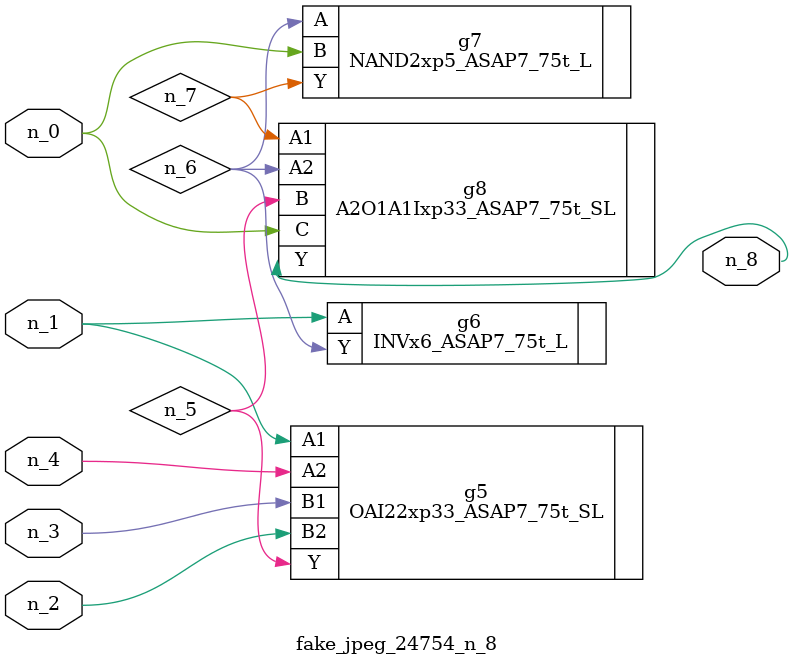
<source format=v>
module fake_jpeg_24754_n_8 (n_3, n_2, n_1, n_0, n_4, n_8);

input n_3;
input n_2;
input n_1;
input n_0;
input n_4;

output n_8;

wire n_6;
wire n_5;
wire n_7;

OAI22xp33_ASAP7_75t_SL g5 ( 
.A1(n_1),
.A2(n_4),
.B1(n_3),
.B2(n_2),
.Y(n_5)
);

INVx6_ASAP7_75t_L g6 ( 
.A(n_1),
.Y(n_6)
);

NAND2xp5_ASAP7_75t_L g7 ( 
.A(n_6),
.B(n_0),
.Y(n_7)
);

A2O1A1Ixp33_ASAP7_75t_SL g8 ( 
.A1(n_7),
.A2(n_6),
.B(n_5),
.C(n_0),
.Y(n_8)
);


endmodule
</source>
